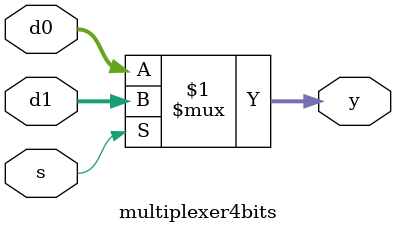
<source format=v>
module multiplexer4bits(
	input [3:0] d0,
	input [3:0] d1,
	input s,
	output [3:0] y
	);
	
	
assign y = s ? d1 : d0;
	
endmodule
</source>
